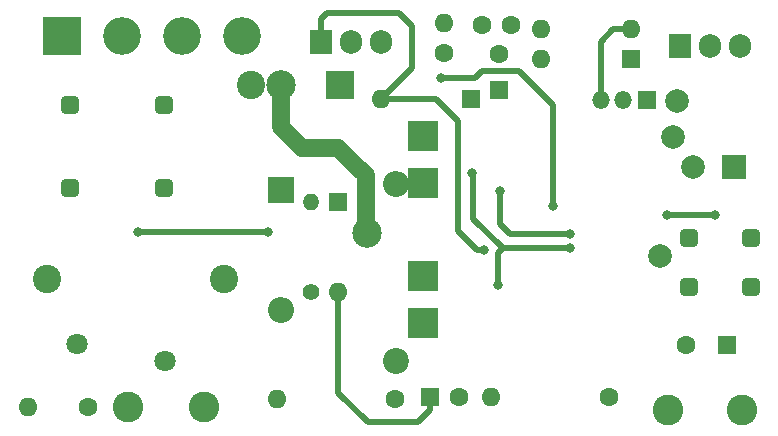
<source format=gbr>
G04 #@! TF.GenerationSoftware,KiCad,Pcbnew,(6.0.5)*
G04 #@! TF.CreationDate,2022-05-09T22:53:36+02:00*
G04 #@! TF.ProjectId,Zasilacz_impulsowy_FAN6602R,5a617369-6c61-4637-9a5f-696d70756c73,rev?*
G04 #@! TF.SameCoordinates,Original*
G04 #@! TF.FileFunction,Copper,L1,Top*
G04 #@! TF.FilePolarity,Positive*
%FSLAX46Y46*%
G04 Gerber Fmt 4.6, Leading zero omitted, Abs format (unit mm)*
G04 Created by KiCad (PCBNEW (6.0.5)) date 2022-05-09 22:53:36*
%MOMM*%
%LPD*%
G01*
G04 APERTURE LIST*
G04 Aperture macros list*
%AMRoundRect*
0 Rectangle with rounded corners*
0 $1 Rounding radius*
0 $2 $3 $4 $5 $6 $7 $8 $9 X,Y pos of 4 corners*
0 Add a 4 corners polygon primitive as box body*
4,1,4,$2,$3,$4,$5,$6,$7,$8,$9,$2,$3,0*
0 Add four circle primitives for the rounded corners*
1,1,$1+$1,$2,$3*
1,1,$1+$1,$4,$5*
1,1,$1+$1,$6,$7*
1,1,$1+$1,$8,$9*
0 Add four rect primitives between the rounded corners*
20,1,$1+$1,$2,$3,$4,$5,0*
20,1,$1+$1,$4,$5,$6,$7,0*
20,1,$1+$1,$6,$7,$8,$9,0*
20,1,$1+$1,$8,$9,$2,$3,0*%
%AMFreePoly0*
4,1,5,1.270000,-1.270000,-1.270000,-1.270000,-1.270000,1.270000,1.270000,1.270000,1.270000,-1.270000,1.270000,-1.270000,$1*%
G04 Aperture macros list end*
G04 #@! TA.AperFunction,ComponentPad*
%ADD10C,2.600000*%
G04 #@! TD*
G04 #@! TA.AperFunction,ComponentPad*
%ADD11R,3.200000X3.200000*%
G04 #@! TD*
G04 #@! TA.AperFunction,ComponentPad*
%ADD12C,3.200000*%
G04 #@! TD*
G04 #@! TA.AperFunction,ComponentPad*
%ADD13C,1.600000*%
G04 #@! TD*
G04 #@! TA.AperFunction,ComponentPad*
%ADD14O,1.600000X1.600000*%
G04 #@! TD*
G04 #@! TA.AperFunction,ComponentPad*
%ADD15R,1.905000X2.000000*%
G04 #@! TD*
G04 #@! TA.AperFunction,ComponentPad*
%ADD16O,1.905000X2.000000*%
G04 #@! TD*
G04 #@! TA.AperFunction,ComponentPad*
%ADD17R,1.600000X1.600000*%
G04 #@! TD*
G04 #@! TA.AperFunction,ComponentPad*
%ADD18FreePoly0,90.000000*%
G04 #@! TD*
G04 #@! TA.AperFunction,ComponentPad*
%ADD19C,2.000000*%
G04 #@! TD*
G04 #@! TA.AperFunction,ComponentPad*
%ADD20R,2.200000X2.200000*%
G04 #@! TD*
G04 #@! TA.AperFunction,ComponentPad*
%ADD21O,2.200000X2.200000*%
G04 #@! TD*
G04 #@! TA.AperFunction,ComponentPad*
%ADD22R,1.500000X1.500000*%
G04 #@! TD*
G04 #@! TA.AperFunction,ComponentPad*
%ADD23O,1.500000X1.500000*%
G04 #@! TD*
G04 #@! TA.AperFunction,ComponentPad*
%ADD24RoundRect,0.381000X0.381000X0.381000X-0.381000X0.381000X-0.381000X-0.381000X0.381000X-0.381000X0*%
G04 #@! TD*
G04 #@! TA.AperFunction,ComponentPad*
%ADD25R,2.400000X2.400000*%
G04 #@! TD*
G04 #@! TA.AperFunction,ComponentPad*
%ADD26C,2.400000*%
G04 #@! TD*
G04 #@! TA.AperFunction,ComponentPad*
%ADD27C,1.400000*%
G04 #@! TD*
G04 #@! TA.AperFunction,ComponentPad*
%ADD28O,1.400000X1.400000*%
G04 #@! TD*
G04 #@! TA.AperFunction,ComponentPad*
%ADD29C,1.800000*%
G04 #@! TD*
G04 #@! TA.AperFunction,ComponentPad*
%ADD30R,2.000000X2.000000*%
G04 #@! TD*
G04 #@! TA.AperFunction,ComponentPad*
%ADD31C,2.200000*%
G04 #@! TD*
G04 #@! TA.AperFunction,ViaPad*
%ADD32C,2.500000*%
G04 #@! TD*
G04 #@! TA.AperFunction,ViaPad*
%ADD33C,0.800000*%
G04 #@! TD*
G04 #@! TA.AperFunction,Conductor*
%ADD34C,0.500000*%
G04 #@! TD*
G04 #@! TA.AperFunction,Conductor*
%ADD35C,1.500000*%
G04 #@! TD*
G04 #@! TA.AperFunction,Conductor*
%ADD36C,1.000000*%
G04 #@! TD*
G04 APERTURE END LIST*
D10*
G04 #@! TO.P,TP1,1,1*
G04 #@! TO.N,Net-(C2-Pad1)*
X136600000Y-117200000D03*
G04 #@! TD*
D11*
G04 #@! TO.P,D1,1,+*
G04 #@! TO.N,Net-(C3-Pad2)*
X124575000Y-85825000D03*
D12*
G04 #@! TO.P,D1,2*
G04 #@! TO.N,Net-(D1-Pad2)*
X129655000Y-85825000D03*
G04 #@! TO.P,D1,3*
G04 #@! TO.N,Net-(D1-Pad3)*
X134735000Y-85825000D03*
G04 #@! TO.P,D1,4,-*
G04 #@! TO.N,GNDPWR*
X139815000Y-85825000D03*
G04 #@! TD*
D13*
G04 #@! TO.P,C8,1*
G04 #@! TO.N,GND*
X170950000Y-116350000D03*
D14*
G04 #@! TO.P,C8,2*
G04 #@! TO.N,GNDPWR*
X160950000Y-116350000D03*
G04 #@! TD*
D15*
G04 #@! TO.P,Q1,1,G*
G04 #@! TO.N,Net-(D5-Pad2)*
X146510000Y-86295000D03*
D16*
G04 #@! TO.P,Q1,2,D*
G04 #@! TO.N,Net-(D3-Pad2)*
X149050000Y-86295000D03*
G04 #@! TO.P,Q1,3,S*
G04 #@! TO.N,Net-(Q1-Pad3)*
X151590000Y-86295000D03*
G04 #@! TD*
D17*
G04 #@! TO.P,C13,1*
G04 #@! TO.N,Net-(C13-Pad1)*
X155744888Y-116350000D03*
D13*
G04 #@! TO.P,C13,2*
G04 #@! TO.N,GNDPWR*
X158244888Y-116350000D03*
G04 #@! TD*
D17*
G04 #@! TO.P,C4,1*
G04 #@! TO.N,Net-(C4-Pad1)*
X180900000Y-111950000D03*
D13*
G04 #@! TO.P,C4,2*
G04 #@! TO.N,Net-(C4-Pad2)*
X177400000Y-111950000D03*
G04 #@! TD*
D18*
G04 #@! TO.P,T1,1,P1+*
G04 #@! TO.N,Net-(C3-Pad2)*
X155200000Y-94250000D03*
G04 #@! TO.P,T1,2,P1-*
G04 #@! TO.N,Net-(D3-Pad2)*
X155200000Y-98250000D03*
G04 #@! TO.P,T1,3,P2+*
G04 #@! TO.N,Net-(D4-Pad2)*
X155200000Y-106150000D03*
G04 #@! TO.P,T1,4,P2-*
G04 #@! TO.N,GNDPWR*
X155200000Y-110150000D03*
D19*
G04 #@! TO.P,T1,5,S+*
G04 #@! TO.N,Net-(D2-Pad1)*
X176300000Y-94350000D03*
G04 #@! TO.P,T1,6,S-*
G04 #@! TO.N,GND*
X175200000Y-104450000D03*
G04 #@! TD*
D20*
G04 #@! TO.P,D4,1,K*
G04 #@! TO.N,Net-(D4-Pad1)*
X143100000Y-98850000D03*
D21*
G04 #@! TO.P,D4,2,A*
G04 #@! TO.N,Net-(D4-Pad2)*
X143100000Y-109010000D03*
G04 #@! TD*
D10*
G04 #@! TO.P,TP3,1,1*
G04 #@! TO.N,Net-(C4-Pad1)*
X182150000Y-117500000D03*
G04 #@! TD*
D22*
G04 #@! TO.P,U3,1,REF*
G04 #@! TO.N,Net-(C14-Pad2)*
X174100000Y-91250000D03*
D23*
G04 #@! TO.P,U3,2,A*
G04 #@! TO.N,GND*
X172130000Y-91250000D03*
G04 #@! TO.P,U3,3,K*
G04 #@! TO.N,Net-(R14-Pad1)*
X170200000Y-91250000D03*
G04 #@! TD*
D17*
G04 #@! TO.P,D6,1,K*
G04 #@! TO.N,Net-(C11-Pad1)*
X148000000Y-99890000D03*
D14*
G04 #@! TO.P,D6,2,A*
G04 #@! TO.N,Net-(C13-Pad1)*
X148000000Y-107510000D03*
G04 #@! TD*
D24*
G04 #@! TO.P,FL1,1,1*
G04 #@! TO.N,Net-(C2-Pad1)*
X133250000Y-98650000D03*
G04 #@! TO.P,FL1,2,2*
G04 #@! TO.N,Net-(D1-Pad3)*
X133250000Y-91650000D03*
G04 #@! TO.P,FL1,3,3*
G04 #@! TO.N,Net-(C2-Pad2)*
X125250000Y-98650000D03*
G04 #@! TO.P,FL1,4,4*
G04 #@! TO.N,Net-(D1-Pad2)*
X125250000Y-91650000D03*
G04 #@! TD*
D17*
G04 #@! TO.P,C12,1*
G04 #@! TO.N,Net-(C11-Pad1)*
X161600000Y-90355113D03*
D13*
G04 #@! TO.P,C12,2*
G04 #@! TO.N,GNDPWR*
X161600000Y-87355113D03*
G04 #@! TD*
G04 #@! TO.P,R7,1*
G04 #@! TO.N,GNDPWR*
X156950000Y-87270000D03*
D14*
G04 #@! TO.P,R7,2*
G04 #@! TO.N,Net-(Q1-Pad3)*
X156950000Y-84730000D03*
G04 #@! TD*
D15*
G04 #@! TO.P,D2,1,K*
G04 #@! TO.N,Net-(D2-Pad1)*
X176960000Y-86695000D03*
D16*
G04 #@! TO.P,D2,2,A*
G04 #@! TO.N,Net-(C1-Pad2)*
X179500000Y-86695000D03*
G04 #@! TO.P,D2,3,K*
G04 #@! TO.N,Net-(D2-Pad1)*
X182040000Y-86695000D03*
G04 #@! TD*
D17*
G04 #@! TO.P,D5,1,K*
G04 #@! TO.N,Net-(D5-Pad1)*
X159210000Y-91150000D03*
D14*
G04 #@! TO.P,D5,2,A*
G04 #@! TO.N,Net-(D5-Pad2)*
X151590000Y-91150000D03*
G04 #@! TD*
D25*
G04 #@! TO.P,C6,1*
G04 #@! TO.N,Net-(C3-Pad2)*
X148115216Y-90000000D03*
D26*
G04 #@! TO.P,C6,2*
G04 #@! TO.N,GNDPWR*
X140615216Y-90000000D03*
G04 #@! TD*
G04 #@! TO.P,C2,1*
G04 #@! TO.N,Net-(C2-Pad1)*
X138300000Y-106350000D03*
G04 #@! TO.P,C2,2*
G04 #@! TO.N,Net-(C2-Pad2)*
X123300000Y-106350000D03*
G04 #@! TD*
D24*
G04 #@! TO.P,FL2,1,1*
G04 #@! TO.N,Net-(C4-Pad1)*
X182905000Y-107100000D03*
G04 #@! TO.P,FL2,2,2*
G04 #@! TO.N,Net-(C1-Pad2)*
X182905000Y-102900000D03*
G04 #@! TO.P,FL2,3,3*
G04 #@! TO.N,Net-(C4-Pad2)*
X177705000Y-107100000D03*
G04 #@! TO.P,FL2,4,4*
G04 #@! TO.N,GND*
X177705000Y-102900000D03*
G04 #@! TD*
D17*
G04 #@! TO.P,U2,1*
G04 #@! TO.N,Net-(R10-Pad2)*
X172800000Y-87775000D03*
D14*
G04 #@! TO.P,U2,2*
G04 #@! TO.N,Net-(R14-Pad1)*
X172800000Y-85235000D03*
G04 #@! TO.P,U2,3*
G04 #@! TO.N,GNDPWR*
X165180000Y-85235000D03*
G04 #@! TO.P,U2,4*
G04 #@! TO.N,Net-(U2-Pad4)*
X165180000Y-87775000D03*
G04 #@! TD*
D27*
G04 #@! TO.P,R5,1*
G04 #@! TO.N,Net-(C13-Pad1)*
X145700000Y-107500000D03*
D28*
G04 #@! TO.P,R5,2*
G04 #@! TO.N,Net-(D4-Pad1)*
X145700000Y-99880000D03*
G04 #@! TD*
D13*
G04 #@! TO.P,TH1,1*
G04 #@! TO.N,Net-(R13-Pad2)*
X162650000Y-84900000D03*
G04 #@! TO.P,TH1,2*
G04 #@! TO.N,GNDPWR*
X160150000Y-84900000D03*
G04 #@! TD*
G04 #@! TO.P,F1,1*
G04 #@! TO.N,Net-(F1-Pad1)*
X126800000Y-117200000D03*
D14*
G04 #@! TO.P,F1,2*
G04 #@! TO.N,Net-(C2-Pad2)*
X121720000Y-117200000D03*
G04 #@! TD*
D29*
G04 #@! TO.P,RV1,1*
G04 #@! TO.N,Net-(C2-Pad1)*
X133350000Y-113300000D03*
G04 #@! TO.P,RV1,2*
G04 #@! TO.N,Net-(C2-Pad2)*
X125850000Y-111900000D03*
G04 #@! TD*
D10*
G04 #@! TO.P,TP4,1,1*
G04 #@! TO.N,Net-(C4-Pad2)*
X175950000Y-117500000D03*
G04 #@! TD*
D30*
G04 #@! TO.P,C7,1*
G04 #@! TO.N,Net-(C1-Pad2)*
X181500000Y-96900000D03*
D19*
G04 #@! TO.P,C7,2*
G04 #@! TO.N,GND*
X178000000Y-96900000D03*
G04 #@! TD*
D10*
G04 #@! TO.P,TP2,1,1*
G04 #@! TO.N,Net-(F1-Pad1)*
X130200000Y-117200000D03*
G04 #@! TD*
D13*
G04 #@! TO.P,C3,1*
G04 #@! TO.N,Net-(C3-Pad1)*
X152800000Y-116550000D03*
D14*
G04 #@! TO.P,C3,2*
G04 #@! TO.N,Net-(C3-Pad2)*
X142800000Y-116550000D03*
G04 #@! TD*
D19*
G04 #@! TO.P,,5,S+*
G04 #@! TO.N,Net-(D2-Pad1)*
X176700000Y-91300000D03*
G04 #@! TD*
D31*
G04 #@! TO.P,D3,1,K*
G04 #@! TO.N,Net-(C3-Pad1)*
X152850000Y-113325000D03*
D21*
G04 #@! TO.P,D3,2,A*
G04 #@! TO.N,Net-(D3-Pad2)*
X152850000Y-98325000D03*
G04 #@! TD*
D32*
G04 #@! TO.N,GNDPWR*
X143100000Y-90000000D03*
X150400000Y-102500000D03*
D33*
G04 #@! TO.N,Net-(C10-Pad1)*
X166150000Y-100200000D03*
X156700000Y-89400000D03*
G04 #@! TO.N,Net-(C11-Pad1)*
X161650000Y-98900000D03*
X142050000Y-102400000D03*
X131000000Y-102400000D03*
X167600000Y-102600000D03*
G04 #@! TO.N,Net-(D5-Pad2)*
X160300000Y-103900000D03*
G04 #@! TO.N,Net-(R6-Pad1)*
X167600011Y-103800000D03*
X159350000Y-97450000D03*
X161500000Y-106900000D03*
G04 #@! TO.N,Net-(C1-Pad2)*
X179900000Y-101000000D03*
X175800000Y-101000000D03*
G04 #@! TD*
D34*
G04 #@! TO.N,Net-(C10-Pad1)*
X160200000Y-88800000D02*
X159600000Y-89400000D01*
X166150000Y-91650000D02*
X163300000Y-88800000D01*
X166150000Y-100200000D02*
X166150000Y-91650000D01*
X163300000Y-88800000D02*
X160200000Y-88800000D01*
X159600000Y-89400000D02*
X156700000Y-89400000D01*
D35*
G04 #@! TO.N,GNDPWR*
X143100000Y-90000000D02*
X143100000Y-93500000D01*
X144900000Y-95300000D02*
X148000000Y-95300000D01*
X150300000Y-102400000D02*
X150300000Y-97550000D01*
D36*
X149950000Y-102500000D02*
X150400000Y-102500000D01*
D35*
X143100000Y-93500000D02*
X144900000Y-95300000D01*
X148000000Y-95300000D02*
X149850000Y-97150000D01*
X150300000Y-97550000D02*
X149900000Y-97150000D01*
X150400000Y-102500000D02*
X150300000Y-102400000D01*
D34*
G04 #@! TO.N,Net-(C11-Pad1)*
X131000000Y-102400000D02*
X142050000Y-102400000D01*
X162500000Y-102600000D02*
X167600000Y-102600000D01*
X167650000Y-102600000D02*
X167600000Y-102600000D01*
X161650000Y-101750000D02*
X162500000Y-102600000D01*
X161650000Y-98900000D02*
X161650000Y-101750000D01*
G04 #@! TO.N,Net-(D5-Pad2)*
X146510000Y-84390000D02*
X147000000Y-83900000D01*
X146510000Y-86295000D02*
X146510000Y-84390000D01*
X153100000Y-83900000D02*
X154200000Y-85000000D01*
X154200000Y-88540000D02*
X151590000Y-91150000D01*
X158150000Y-102350000D02*
X158150000Y-93050000D01*
X154200000Y-85000000D02*
X154200000Y-88540000D01*
X156250000Y-91150000D02*
X151590000Y-91150000D01*
X147000000Y-83900000D02*
X153100000Y-83900000D01*
X158150000Y-93050000D02*
X156250000Y-91150000D01*
X146510000Y-86295000D02*
X146510000Y-87060000D01*
X159700000Y-103900000D02*
X158150000Y-102350000D01*
X160337500Y-103937500D02*
X160300000Y-103900000D01*
X160300000Y-103900000D02*
X159700000Y-103900000D01*
G04 #@! TO.N,Net-(R14-Pad1)*
X172800000Y-85235000D02*
X171265000Y-85235000D01*
X171265000Y-85235000D02*
X170200000Y-86300000D01*
X170200000Y-86300000D02*
X170200000Y-91250000D01*
G04 #@! TO.N,Net-(R6-Pad1)*
X161900000Y-103800000D02*
X161800000Y-103700000D01*
X161500000Y-104200000D02*
X161900000Y-103800000D01*
X162000000Y-103800000D02*
X161900000Y-103800000D01*
X161500000Y-106900000D02*
X161500000Y-104200000D01*
X159400000Y-101300000D02*
X159400000Y-97500000D01*
X167600011Y-103800000D02*
X161900000Y-103800000D01*
X159400000Y-97500000D02*
X159350000Y-97450000D01*
X161900000Y-103800000D02*
X159400000Y-101300000D01*
G04 #@! TO.N,Net-(C1-Pad2)*
X179900000Y-101000000D02*
X175800000Y-101000000D01*
G04 #@! TO.N,Net-(C13-Pad1)*
X148000000Y-116000000D02*
X150500000Y-118500000D01*
X155744888Y-117455112D02*
X155744888Y-116350000D01*
X148000000Y-107510000D02*
X148000000Y-116000000D01*
X150500000Y-118500000D02*
X154700000Y-118500000D01*
X154700000Y-118500000D02*
X155744888Y-117455112D01*
G04 #@! TD*
M02*

</source>
